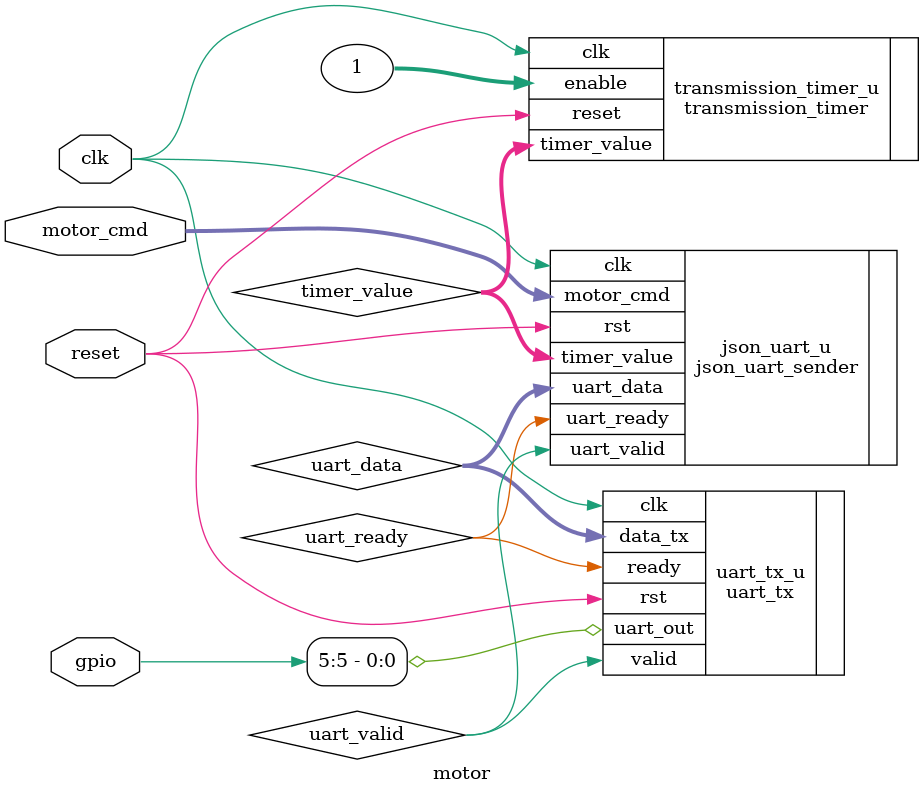
<source format=sv>
module motor (
		input  		  clk,
		input 			reset,
      input  [4:0] motor_cmd,
      inout  [35:0] gpio
);
		//logic [4:0] motor_cmd
      logic [7:0] uart_data;						// Uart output
      logic uart_valid, uart_ready;				// uart ready and valid
		logic [$clog2(500)-1:0] timer_value;
		
		/*
      // Motor command based on switches
      always_comb begin
            motor_cmd = SW[4:0];  // Assign switches to motor command
      end
		assign LEDR = SW;
		*/
		
      json_uart_sender json_uart_u (
            .clk				(clk),				
            .rst				(reset),
            .motor_cmd		(motor_cmd),		// One hot motor commands
            .uart_data		(uart_data),     // Now provides data to be transmitted
            .uart_valid		(uart_valid),
            .uart_ready		(uart_ready),
				.timer_value	(timer_value)
      );

		
      uart_tx #(
            .CLKS_PER_BIT(50_000_000/115200),  // Set baud rate to 115200
            .BITS_N(8),                        // 8-bit data
            .PARITY_TYPE(0)                    // No parity
      ) uart_tx_u (
            .clk(clk),
            .rst(reset),
            .data_tx(uart_data),               // Data from json_uart_sender
            .uart_out(gpio[5]),                // UART output signal
            .valid(uart_valid),                // Valid signal from json_uart_sender
            .ready(uart_ready)                 // Ready signal from uart_tx
      );
		
		
		transmission_timer #(
			.MAX_MS 			(200),            // Maximum millisecond value
			.CLKS_PER_MS 	(50000)				// 50000 clock cylces per ms (clock 50)
		) transmission_timer_u (
			.clk				(clk),
			.reset			(reset),
			.enable			(1),					// this timer will always run
			.timer_value	(timer_value)
		);

endmodule

</source>
